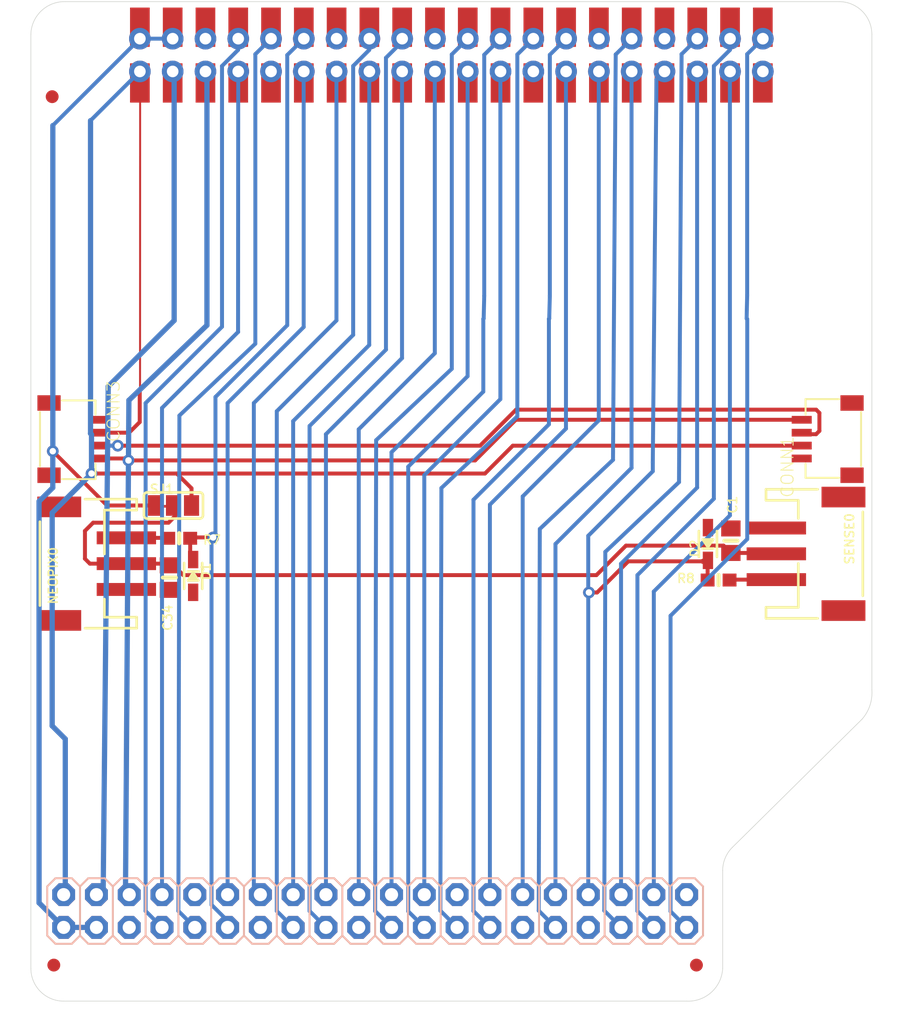
<source format=kicad_pcb>
(kicad_pcb (version 20211014) (generator pcbnew)
  (layers (0 "F.Cu" signal) (31 "B.Cu" signal) (34 "B.Paste" user) (35 "F.Paste" user) (36 "B.SilkS" user "B.Silkscreen") (37 "F.SilkS" user "F.Silkscreen") (38 "B.Mask" user) (39 "F.Mask" user) (44 "Edge.Cuts" user))
  (net 0 "")
  (net 1 "5.0V")
  (net 2 "GPIO4")
  (net 3 "GPIO17")
  (net 4 "GPIO27")
  (net 5 "GPIO22")
  (net 6 "SPI_MOSI")
  (net 7 "SPI_MISO")
  (net 8 "SPI_SCLK")
  (net 9 "GPIO5")
  (net 10 "GPIO6")
  (net 11 "GPIO13")
  (net 12 "GPIO26")
  (net 13 "GND")
  (net 14 "TXD")
  (net 15 "RXD")
  (net 16 "GPIO24")
  (net 17 "GPIO25")
  (net 18 "SPI_CE0")
  (net 19 "SPI_CE1")
  (net 20 "EECLK")
  (net 21 "GPIO16")
  (net 22 "GPIO20")
  (net 23 "GPIO23")
  (net 24 "EEDATA")
  (net 25 "GPIO12")
  (net 26 "GPIO19")
  (net 27 "GPIO21")
  (net 28 "GPIO18")
  (net 29 "3.3V@1")
  (net 30 "3.3V")
  (net 31 "SDA")
  (net 32 "SCL")
  (net 33 "VCC")
  (net 34 "18S")
  (net 35 "13S")
  (net 36 "N$1")
  (footprint "boardEagle:JST_SH4" (layer "F.Cu") (at 118.715265 100.176414 -90)
    (fp_text reference "CONN3")
    (fp_text value "STEMMA_I2C_QT" hide)
  )
  (footprint "boardEagle:SOLDERJUMPER_2WAY_OPEN_NOPASTE" (layer "F.Cu") (at 126.970265 105.319914)
    (fp_text reference "SJ1")
    (fp_text value "")
  )
  (footprint "" (layer "F.Cu") (at 119.491265 70.417414)
    (fp_text reference "@HOLE0" hide)
    (fp_text value "")
  )
  (footprint "boardEagle:FIDUCIAL_1MM" (layer "F.Cu") (at 117.572265 73.633414)
    (fp_text reference "FID2" hide)
    (fp_text value "FIDUCIAL_1MM" hide)
  )
  (footprint "boardEagle:JST_SH4" (layer "F.Cu") (at 178.151265 100.176414 90)
    (fp_text reference "CONN1")
    (fp_text value "STEMMA_I2C_QT" hide)
  )
  (footprint "" (layer "F.Cu") (at 177.481265 119.407414)
    (fp_text reference "@HOLE2" hide)
    (fp_text value "")
  )
  (footprint "boardEagle:JSTPH3" (layer "F.Cu") (at 176.373265 109.066414 -90)
    (fp_text reference "SENSE0")
    (fp_text value "JST PH 3")
  )
  (footprint "boardEagle:0603-NO" (layer "F.Cu") (at 169.197765 111.098414 180)
    (fp_text reference "R8")
    (fp_text value "1K")
  )
  (footprint "boardEagle:0805-NO" (layer "F.Cu") (at 170.150265 108.050414 90)
    (fp_text reference "C1")
    (fp_text value "10uF")
  )
  (footprint "boardEagle:RASPI_2X20_THMSMT_TOP" (layer "F.Cu") (at 148.496765 70.408414)
    (fp_text reference "RPI3" hide)
    (fp_text value "RASPBERRYPI_BPLUS_2X20_THMSMT_TOP" hide)
  )
  (footprint "" (layer "F.Cu") (at 119.491265 119.407414)
    (fp_text reference "@HOLE3" hide)
    (fp_text value "")
  )
  (footprint "" (layer "F.Cu") (at 177.481265 70.417414)
    (fp_text reference "@HOLE1" hide)
    (fp_text value "")
  )
  (footprint "boardEagle:CYBERDECK_HAT_TOP" (layer "F.Cu") (at 115.921265 143.737414)
    (fp_text reference "U$1" hide)
    (fp_text value "" hide)
  )
  (footprint "boardEagle:0603-NO" (layer "F.Cu") (at 127.414765 107.859914)
    (fp_text reference "R7")
    (fp_text value "1K")
  )
  (footprint "boardEagle:FIDUCIAL_1MM" (layer "F.Cu") (at 167.483265 140.943414)
    (fp_text reference "FID3" hide)
    (fp_text value "FIDUCIAL_1MM" hide)
  )
  (footprint "boardEagle:FIDUCIAL_1MM" (layer "F.Cu") (at 117.699265 140.943414)
    (fp_text reference "FID1" hide)
    (fp_text value "FIDUCIAL_1MM" hide)
  )
  (footprint "boardEagle:JSTPH3" (layer "F.Cu") (at 120.620265 109.828414 90)
    (fp_text reference "NEOPIX0")
    (fp_text value "JST PH 3")
  )
  (footprint "boardEagle:SOD-323" (layer "F.Cu") (at 168.372265 108.304414 90)
    (fp_text reference "D2")
    (fp_text value "3.6V")
  )
  (footprint "boardEagle:SOD-323" (layer "F.Cu") (at 128.494265 110.780914 -90)
    (fp_text reference "D1")
    (fp_text value "3.6V")
  )
  (footprint "boardEagle:0805-NO" (layer "F.Cu") (at 126.652765 110.907914 -90)
    (fp_text reference "C34")
    (fp_text value "10uF")
  )
  (footprint "boardEagle:CYBERDECK_HAT_BOT" (layer "B.Cu") (at 180.945265 143.737414 180)
    (fp_text reference "U$2" hide)
    (fp_text value "" hide)
  )
  (footprint "boardEagle:2X20" (layer "B.Cu") (at 142.591265 136.752414)
    (fp_text reference "RPI1" hide)
    (fp_text value "RASPBERRYPI_BPLUS_IDC" hide)
  )
  (gr_arc (start 169.515264 133.621746) (mid 169.711305 132.643251) (end 170.269165 131.815799) (layer "Edge.Cuts") (width 0.05))
  (gr_line (start 115.921265 141.197414) (end 115.921265 68.807414) (layer "Edge.Cuts") (width 0.05))
  (gr_line (start 181.072265 68.807414) (end 181.072265 119.607414) (layer "Edge.Cuts") (width 0.05))
  (gr_arc (start 118.461265 143.737414) (mid 116.665214 142.993465) (end 115.921265 141.197414) (layer "Edge.Cuts") (width 0.05))
  (gr_arc (start 178.532265 66.267414) (mid 180.328316 67.011363) (end 181.072265 68.807414) (layer "Edge.Cuts") (width 0.05))
  (gr_line (start 169.515265 133.621746) (end 169.515265 141.197414) (layer "Edge.Cuts") (width 0.05))
  (gr_line (start 118.583033 66.267414) (end 178.532265 66.267414) (layer "Edge.Cuts") (width 0.05))
  (gr_line (start 166.721265 143.737414) (end 118.461265 143.737414) (layer "Edge.Cuts") (width 0.05))
  (gr_arc (start 169.515265 141.197414) (mid 168.644316 143.04607) (end 166.721265 143.737414) (layer "Edge.Cuts") (width 0.05))
  (gr_line (start 180.318365 121.87703) (end 170.269165 131.815799) (layer "Edge.Cuts") (width 0.05))
  (gr_arc (start 181.072265 119.607414) (mid 180.922672 120.817743) (end 180.318365 121.87703) (layer "Edge.Cuts") (width 0.05))
  (gr_arc (start 115.921265 68.807414) (mid 116.726865 66.986948) (end 118.583033 66.267415) (layer "Edge.Cuts") (width 0.05))
  (segment (start 126.893265 68.251414) (end 126.906765 69.138414) (width 0.3048) (layer "F.Cu") (net 1))
  (segment (start 121.826765 105.319914) (end 117.619515 101.112664) (width 0.3048) (layer "F.Cu") (net 1))
  (segment (start 125.573265 105.319914) (end 121.826765 105.319914) (width 0.3048) (layer "F.Cu") (net 1))
  (segment (start 124.353265 68.251414) (end 124.366765 69.138414) (width 0.3048) (layer "F.Cu") (net 1))
  (segment (start 126.906365 68.251014) (end 126.893265 68.251414) (width 0.3048) (layer "F.Cu") (net 1))
  (segment (start 124.366365 68.251014) (end 124.353265 68.251414) (width 0.3048) (layer "F.Cu") (net 1))
  (via (at 117.619515 101.112664) (size 0.9064) (drill 0.5) (layers "F.Cu" "B.Cu") (net 1))
  (segment (start 116.556265 105.002414) (end 116.556265 136.117414) (width 0.4064) (layer "B.Cu") (net 1))
  (segment (start 117.623765 75.870414) (end 117.623765 75.867914) (width 0.3048) (layer "B.Cu") (net 1))
  (segment (start 118.461265 138.022414) (end 121.001265 138.022414) (width 0.4064) (layer "B.Cu") (net 1))
  (segment (start 117.623765 101.116914) (end 117.619515 101.112664) (width 0.4064) (layer "B.Cu") (net 1))
  (segment (start 116.556265 136.117414) (end 118.461265 138.022414) (width 0.4064) (layer "B.Cu") (net 1))
  (segment (start 117.623765 101.116914) (end 117.623765 75.870414) (width 0.4064) (layer "B.Cu") (net 1))
  (segment (start 117.619515 103.939164) (end 116.556265 105.002414) (width 0.4064) (layer "B.Cu") (net 1))
  (segment (start 117.623765 75.867914) (end 124.366765 69.138414) (width 0.3048) (layer "B.Cu") (net 1))
  (segment (start 117.619515 101.112664) (end 117.619515 103.939164) (width 0.4064) (layer "B.Cu") (net 1))
  (segment (start 124.366765 69.138414) (end 126.906765 69.138414) (width 0.3048) (layer "B.Cu") (net 1))
  (segment (start 131.972865 71.678814) (end 131.986765 71.678414) (width 0.3048) (layer "F.Cu") (net 2))
  (segment (start 131.986365 72.569014) (end 131.972865 71.678814) (width 0.3048) (layer "F.Cu") (net 2))
  (segment (start 126.081265 97.763414) (end 126.081265 135.482414) (width 0.3048) (layer "B.Cu") (net 2))
  (segment (start 126.081265 97.763414) (end 131.974765 91.869914) (width 0.3048) (layer "B.Cu") (net 2))
  (segment (start 131.974765 91.869914) (end 131.973265 91.868414) (width 0.3048) (layer "B.Cu") (net 2))
  (segment (start 131.973265 91.868414) (end 131.986765 71.678414) (width 0.3048) (layer "B.Cu") (net 2))
  (segment (start 137.066365 72.569014) (end 137.052865 71.678814) (width 0.3048) (layer "F.Cu") (net 3))
  (segment (start 137.052865 71.678814) (end 137.066765 71.678414) (width 0.3048) (layer "F.Cu") (net 3))
  (segment (start 137.054765 71.679914) (end 137.066765 71.678414) (width 0.3048) (layer "B.Cu") (net 3))
  (segment (start 131.161265 97.382414) (end 137.054765 91.488914) (width 0.3048) (layer "B.Cu") (net 3))
  (segment (start 131.161265 97.382414) (end 131.161265 135.482414) (width 0.3048) (layer "B.Cu") (net 3))
  (segment (start 137.054765 91.488914) (end 137.054765 71.679914) (width 0.3048) (layer "B.Cu") (net 3))
  (segment (start 139.592865 71.678814) (end 139.606765 71.678414) (width 0.3048) (layer "F.Cu") (net 4))
  (segment (start 139.606365 72.569014) (end 139.592865 71.678814) (width 0.3048) (layer "F.Cu") (net 4))
  (segment (start 139.594765 71.679914) (end 139.606765 71.678414) (width 0.3048) (layer "B.Cu") (net 4))
  (segment (start 133.193265 97.382414) (end 139.594765 90.980914) (width 0.3048) (layer "B.Cu") (net 4))
  (segment (start 133.193265 97.382414) (end 133.193265 134.974414) (width 0.3048) (layer "B.Cu") (net 4))
  (segment (start 139.594765 90.980914) (end 139.594765 71.679914) (width 0.3048) (layer "B.Cu") (net 4))
  (segment (start 133.193265 134.974414) (end 133.701265 135.482414) (width 0.3048) (layer "B.Cu") (net 4))
  (segment (start 142.146365 72.569014) (end 142.132865 71.678814) (width 0.3048) (layer "F.Cu") (net 5))
  (segment (start 142.132865 71.678814) (end 142.146765 71.678414) (width 0.3048) (layer "F.Cu") (net 5))
  (segment (start 142.134765 92.885911) (end 142.134765 71.679914) (width 0.3048) (layer "B.Cu") (net 5))
  (segment (start 136.241265 98.779414) (end 142.134765 92.885911) (width 0.3048) (layer "B.Cu") (net 5))
  (segment (start 142.134765 71.679914) (end 142.146765 71.678414) (width 0.3048) (layer "B.Cu") (net 5))
  (segment (start 136.241265 98.779414) (end 136.241265 135.482414) (width 0.3048) (layer "B.Cu") (net 5))
  (segment (start 147.212865 71.678814) (end 147.226765 71.678414) (width 0.3048) (layer "F.Cu") (net 6))
  (segment (start 147.226365 72.569014) (end 147.212865 71.678814) (width 0.3048) (layer "F.Cu") (net 6))
  (segment (start 141.321265 99.414414) (end 141.321265 135.482414) (width 0.3048) (layer "B.Cu") (net 6))
  (segment (start 147.214765 93.520914) (end 147.214765 71.679914) (width 0.3048) (layer "B.Cu") (net 6))
  (segment (start 147.214765 71.679914) (end 147.226765 71.678414) (width 0.3048) (layer "B.Cu") (net 6))
  (segment (start 141.321265 99.414414) (end 147.214765 93.520914) (width 0.3048) (layer "B.Cu") (net 6))
  (segment (start 149.752865 71.678814) (end 149.766765 71.678414) (width 0.3048) (layer "F.Cu") (net 7))
  (segment (start 149.766365 72.569014) (end 149.752865 71.678814) (width 0.3048) (layer "F.Cu") (net 7))
  (segment (start 143.861265 101.192414) (end 149.754765 95.298914) (width 0.3048) (layer "B.Cu") (net 7))
  (segment (start 149.754765 71.679914) (end 149.766765 71.678414) (width 0.3048) (layer "B.Cu") (net 7))
  (segment (start 143.861265 101.192414) (end 143.861265 135.482414) (width 0.3048) (layer "B.Cu") (net 7))
  (segment (start 149.754765 95.298914) (end 149.754765 71.679914) (width 0.3048) (layer "B.Cu") (net 7))
  (segment (start 152.292865 71.678814) (end 152.306765 71.678414) (width 0.3048) (layer "F.Cu") (net 8))
  (segment (start 152.306365 72.569014) (end 152.292865 71.678814) (width 0.3048) (layer "F.Cu") (net 8))
  (segment (start 152.294765 97.076914) (end 152.294765 71.679914) (width 0.3048) (layer "B.Cu") (net 8))
  (segment (start 146.401265 102.970418) (end 146.401265 135.482414) (width 0.3048) (layer "B.Cu") (net 8))
  (segment (start 146.401265 102.970418) (end 152.294765 97.076914) (width 0.3048) (layer "B.Cu") (net 8))
  (segment (start 152.294765 71.679914) (end 152.306765 71.678414) (width 0.3048) (layer "B.Cu") (net 8))
  (segment (start 159.926365 72.569014) (end 159.912865 71.678814) (width 0.3048) (layer "F.Cu") (net 9))
  (segment (start 159.912865 71.678814) (end 159.926765 71.678414) (width 0.3048) (layer "F.Cu") (net 9))
  (segment (start 154.021265 104.621414) (end 159.914765 98.727914) (width 0.3048) (layer "B.Cu") (net 9))
  (segment (start 154.021265 104.621414) (end 154.021265 135.482414) (width 0.3048) (layer "B.Cu") (net 9))
  (segment (start 159.914765 98.727914) (end 159.914765 71.679914) (width 0.3048) (layer "B.Cu") (net 9))
  (segment (start 159.914765 71.679914) (end 159.926765 71.678414) (width 0.3048) (layer "B.Cu") (net 9))
  (segment (start 162.466365 72.569014) (end 162.452865 71.678814) (width 0.3048) (layer "F.Cu") (net 10))
  (segment (start 162.452865 71.678814) (end 162.466765 71.678414) (width 0.3048) (layer "F.Cu") (net 10))
  (segment (start 156.561265 108.304414) (end 156.561265 135.482414) (width 0.3048) (layer "B.Cu") (net 10))
  (segment (start 162.454765 71.679914) (end 162.466765 71.678414) (width 0.3048) (layer "B.Cu") (net 10))
  (segment (start 156.561265 108.304414) (end 162.454765 102.410914) (width 0.3048) (layer "B.Cu") (net 10))
  (segment (start 162.454765 102.410914) (end 162.454765 71.679914) (width 0.3048) (layer "B.Cu") (net 10))
  (segment (start 168.372265 109.574414) (end 168.296765 109.649914) (width 0.4064) (layer "F.Cu") (net 11))
  (segment (start 162.200765 109.649914) (end 159.787765 112.062914) (width 0.3048) (layer "F.Cu") (net 11))
  (segment (start 164.992865 71.678814) (end 165.006765 71.678414) (width 0.3048) (layer "F.Cu") (net 11))
  (segment (start 167.991265 109.649914) (end 162.200765 109.649914) (width 0.3048) (layer "F.Cu") (net 11))
  (segment (start 165.006365 72.569014) (end 164.992865 71.678814) (width 0.3048) (layer "F.Cu") (net 11))
  (segment (start 159.787765 112.062914) (end 159.152765 112.062914) (width 0.3048) (layer "F.Cu") (net 11))
  (segment (start 168.347765 109.828414) (end 168.347765 111.098414) (width 0.3048) (layer "F.Cu") (net 11))
  (segment (start 168.296765 109.649914) (end 167.991265 109.649914) (width 0.4064) (layer "F.Cu") (net 11))
  (segment (start 168.347765 109.598914) (end 168.347765 109.828414) (width 0.4064) (layer "F.Cu") (net 11))
  (segment (start 168.372265 109.574414) (end 168.347765 109.598914) (width 0.4064) (layer "F.Cu") (net 11))
  (via (at 159.152765 112.062914) (size 0.9064) (drill 0.5) (layers "F.Cu" "B.Cu") (net 11))
  (segment (start 159.101265 107.669414) (end 159.101265 112.062911) (width 0.3048) (layer "B.Cu") (net 11))
  (segment (start 165.006765 71.678414) (end 164.993265 71.680914) (width 0.3048) (layer "B.Cu") (net 11))
  (segment (start 164.101421 101.966414) (end 164.101421 102.669258) (width 0.3048) (layer "B.Cu") (net 11))
  (segment (start 164.38528 72.288899) (end 164.101421 101.966414) (width 0.3048) (layer "B.Cu") (net 11))
  (segment (start 159.101265 112.062911) (end 159.101265 135.482414) (width 0.3048) (layer "B.Cu") (net 11))
  (segment (start 164.993265 71.680914) (end 164.38528 72.288899) (width 0.3048) (layer "B.Cu") (net 11))
  (segment (start 159.101265 112.062911) (end 159.152765 112.062914) (width 0.3048) (layer "B.Cu") (net 11))
  (segment (start 164.101421 102.669258) (end 159.101265 107.669414) (width 0.3048) (layer "B.Cu") (net 11))
  (segment (start 170.072865 71.678814) (end 170.086765 71.678414) (width 0.3048) (layer "F.Cu") (net 12))
  (segment (start 170.086365 72.569014) (end 170.072865 71.678814) (width 0.3048) (layer "F.Cu") (net 12))
  (segment (start 170.074765 71.679914) (end 170.086765 71.678414) (width 0.3048) (layer "B.Cu") (net 12))
  (segment (start 170.074765 106.093914) (end 170.074765 71.679914) (width 0.3048) (layer "B.Cu") (net 12))
  (segment (start 164.181265 111.987414) (end 170.074765 106.093914) (width 0.3048) (layer "B.Cu") (net 12))
  (segment (start 164.181265 111.987414) (end 164.181265 135.482414) (width 0.3048) (layer "B.Cu") (net 12))
  (segment (start 172.626365 72.569014) (end 172.612865 71.678814) (width 0.3048) (layer "F.Cu") (net 13))
  (segment (start 159.926365 68.251014) (end 159.913265 68.251414) (width 0.3048) (layer "F.Cu") (net 13))
  (segment (start 172.612865 71.678814) (end 172.626765 71.678414) (width 0.3048) (layer "F.Cu") (net 13))
  (segment (start 159.913265 68.251414) (end 159.926765 69.138414) (width 0.3048) (layer "F.Cu") (net 13))
  (segment (start 131.986365 68.251014) (end 131.973265 68.251414) (width 0.3048) (layer "F.Cu") (net 14))
  (segment (start 131.973265 68.251414) (end 131.986765 69.138414) (width 0.3048) (layer "F.Cu") (net 14))
  (segment (start 131.974765 70.011283) (end 131.974765 69.139914) (width 0.3048) (layer "B.Cu") (net 14))
  (segment (start 124.811265 136.752414) (end 124.811265 97.382414) (width 0.3048) (layer "B.Cu") (net 14))
  (segment (start 130.730165 91.463514) (end 130.730165 71.255883) (width 0.3048) (layer "B.Cu") (net 14))
  (segment (start 130.730165 71.255883) (end 131.974765 70.011283) (width 0.3048) (layer "B.Cu") (net 14))
  (segment (start 124.811265 97.382414) (end 130.730165 91.463514) (width 0.3048) (layer "B.Cu") (net 14))
  (segment (start 131.974765 69.139914) (end 131.986765 69.138414) (width 0.3048) (layer "B.Cu") (net 14))
  (segment (start 126.081265 138.022414) (end 124.811265 136.752414) (width 0.3048) (layer "B.Cu") (net 14))
  (segment (start 134.526365 68.251014) (end 134.513265 68.251414) (width 0.3048) (layer "F.Cu") (net 15))
  (segment (start 134.513265 68.251414) (end 134.526765 69.138414) (width 0.3048) (layer "F.Cu") (net 15))
  (segment (start 133.312105 70.339574) (end 134.526765 69.138414) (width 0.3048) (layer "B.Cu") (net 15))
  (segment (start 128.621265 138.022414) (end 127.351265 136.752414) (width 0.3048) (layer "B.Cu") (net 15))
  (segment (start 127.351265 136.752414) (end 127.429052 98.349202) (width 0.3048) (layer "B.Cu") (net 15))
  (segment (start 127.429052 98.349202) (end 133.312105 92.780464) (width 0.3048) (layer "B.Cu") (net 15))
  (segment (start 133.312105 92.780464) (end 133.312105 70.339574) (width 0.3048) (layer "B.Cu") (net 15))
  (segment (start 144.673265 68.251414) (end 144.686765 69.138414) (width 0.3048) (layer "F.Cu") (net 16))
  (segment (start 144.686365 68.251014) (end 144.673265 68.251414) (width 0.3048) (layer "F.Cu") (net 16))
  (segment (start 137.511265 136.752414) (end 137.511265 99.160418) (width 0.3048) (layer "B.Cu") (net 16))
  (segment (start 144.686765 69.138414) (end 144.673265 69.374783) (width 0.3048) (layer "B.Cu") (net 16))
  (segment (start 144.674765 69.376283) (end 143.430165 70.620883) (width 0.3048) (layer "B.Cu") (net 16))
  (segment (start 144.673265 69.374783) (end 144.674765 69.376283) (width 0.3048) (layer "B.Cu") (net 16))
  (segment (start 137.511265 99.160418) (end 143.430165 93.241518) (width 0.3048) (layer "B.Cu") (net 16))
  (segment (start 143.430165 93.241518) (end 143.430165 70.620883) (width 0.3048) (layer "B.Cu") (net 16))
  (segment (start 138.781265 138.022414) (end 137.511265 136.752414) (width 0.3048) (layer "B.Cu") (net 16))
  (segment (start 149.753265 68.251414) (end 149.766765 69.138414) (width 0.3048) (layer "F.Cu") (net 17))
  (segment (start 149.766365 68.251014) (end 149.753265 68.251414) (width 0.3048) (layer "F.Cu") (net 17))
  (segment (start 148.529055 94.728033) (end 148.529055 70.362624) (width 0.3048) (layer "B.Cu") (net 17))
  (segment (start 142.67223 100.257374) (end 148.529055 94.728033) (width 0.3048) (layer "B.Cu") (net 17))
  (segment (start 148.529055 70.362624) (end 149.766765 69.138414) (width 0.3048) (layer "B.Cu") (net 17))
  (segment (start 142.591265 136.752414) (end 143.861265 138.022414) (width 0.3048) (layer "B.Cu") (net 17))
  (segment (start 142.67223 100.257374) (end 142.591265 136.752414) (width 0.3048) (layer "B.Cu") (net 17))
  (segment (start 152.293265 68.251414) (end 152.306765 69.138414) (width 0.3048) (layer "F.Cu") (net 18))
  (segment (start 152.306365 68.251014) (end 152.293265 68.251414) (width 0.3048) (layer "F.Cu") (net 18))
  (segment (start 150.999365 90.828946) (end 151.044796 89.068814) (width 0.3048) (layer "B.Cu") (net 18))
  (segment (start 151.044796 70.386883) (end 152.306765 69.138414) (width 0.3048) (layer "B.Cu") (net 18))
  (segment (start 145.156665 136.777814) (end 146.401265 138.022414) (width 0.3048) (layer "B.Cu") (net 18))
  (segment (start 151.044796 89.068814) (end 151.044796 70.386883) (width 0.3048) (layer "B.Cu") (net 18))
  (segment (start 145.156665 102.310018) (end 145.156665 136.777814) (width 0.3048) (layer "B.Cu") (net 18))
  (segment (start 150.973265 90.855046) (end 150.973265 96.493414) (width 0.3048) (layer "B.Cu") (net 18))
  (segment (start 150.973265 96.493414) (end 145.156665 102.310018) (width 0.3048) (layer "B.Cu") (net 18))
  (segment (start 150.999365 90.828946) (end 150.973265 90.855046) (width 0.3048) (layer "B.Cu") (net 18))
  (segment (start 154.846365 68.251014) (end 154.833265 68.251414) (width 0.3048) (layer "F.Cu") (net 19))
  (segment (start 154.833265 68.251414) (end 154.846765 69.138414) (width 0.3048) (layer "F.Cu") (net 19))
  (segment (start 147.726827 103.965777) (end 153.609055 98.411133) (width 0.3048) (layer "B.Cu") (net 19))
  (segment (start 153.609055 70.362624) (end 154.846765 69.138414) (width 0.3048) (layer "B.Cu") (net 19))
  (segment (start 153.609055 98.411133) (end 153.609055 70.362624) (width 0.3048) (layer "B.Cu") (net 19))
  (segment (start 147.726827 103.965777) (end 147.645865 136.727014) (width 0.3048) (layer "B.Cu") (net 19))
  (segment (start 147.645865 136.727014) (end 148.941265 138.022414) (width 0.3048) (layer "B.Cu") (net 19))
  (segment (start 157.386365 68.251014) (end 157.373265 68.251414) (width 0.3048) (layer "F.Cu") (net 20))
  (segment (start 157.373265 68.251414) (end 157.386765 69.138414) (width 0.3048) (layer "F.Cu") (net 20))
  (segment (start 150.211265 104.875418) (end 156.053265 99.033414) (width 0.3048) (layer "B.Cu") (net 20))
  (segment (start 156.124796 89.068814) (end 156.124796 70.386883) (width 0.3048) (layer "B.Cu") (net 20))
  (segment (start 156.053265 99.033414) (end 156.053265 90.855046) (width 0.3048) (layer "B.Cu") (net 20))
  (segment (start 151.481265 138.022414) (end 150.211265 136.752414) (width 0.3048) (layer "B.Cu") (net 20))
  (segment (start 150.211265 136.752414) (end 150.211265 104.875418) (width 0.3048) (layer "B.Cu") (net 20))
  (segment (start 156.124796 70.386883) (end 157.386765 69.138414) (width 0.3048) (layer "B.Cu") (net 20))
  (segment (start 156.079365 90.828946) (end 156.124796 89.068814) (width 0.3048) (layer "B.Cu") (net 20))
  (segment (start 156.053265 90.855046) (end 156.079365 90.828946) (width 0.3048) (layer "B.Cu") (net 20))
  (segment (start 167.546365 68.251014) (end 167.533265 68.251414) (width 0.3048) (layer "F.Cu") (net 21))
  (segment (start 167.533265 68.251414) (end 167.546765 69.138414) (width 0.3048) (layer "F.Cu") (net 21))
  (segment (start 166.332105 70.342074) (end 166.332105 70.339574) (width 0.3048) (layer "B.Cu") (net 21))
  (segment (start 166.132711 103.510346) (end 166.332105 70.342074) (width 0.3048) (layer "B.Cu") (net 21))
  (segment (start 160.345865 136.727014) (end 161.641265 138.022414) (width 0.3048) (layer "B.Cu") (net 21))
  (segment (start 166.332105 70.339574) (end 167.546765 69.138414) (width 0.3048) (layer "B.Cu") (net 21))
  (segment (start 166.132711 103.510346) (end 160.423655 108.915599) (width 0.3048) (layer "B.Cu") (net 21))
  (segment (start 160.423655 108.915599) (end 160.345865 136.727014) (width 0.3048) (layer "B.Cu") (net 21))
  (segment (start 170.086365 68.251014) (end 170.073265 68.251414) (width 0.3048) (layer "F.Cu") (net 22))
  (segment (start 170.073265 68.251414) (end 170.086765 69.138414) (width 0.3048) (layer "F.Cu") (net 22))
  (segment (start 170.074765 70.011283) (end 168.830165 71.255883) (width 0.3048) (layer "B.Cu") (net 22))
  (segment (start 162.911265 136.752414) (end 162.911265 110.717414) (width 0.3048) (layer "B.Cu") (net 22))
  (segment (start 164.181265 138.022414) (end 162.911265 136.752414) (width 0.3048) (layer "B.Cu") (net 22))
  (segment (start 170.074765 69.139914) (end 170.074765 70.011283) (width 0.3048) (layer "B.Cu") (net 22))
  (segment (start 162.911265 110.717414) (end 168.830165 104.798514) (width 0.3048) (layer "B.Cu") (net 22))
  (segment (start 170.086765 69.138414) (end 170.074765 69.139914) (width 0.3048) (layer "B.Cu") (net 22))
  (segment (start 168.830165 104.798514) (end 168.830165 71.255883) (width 0.3048) (layer "B.Cu") (net 22))
  (segment (start 142.146365 68.251014) (end 142.133265 68.251414) (width 0.3048) (layer "F.Cu") (net 23))
  (segment (start 142.133265 68.251414) (end 142.146765 69.138414) (width 0.3048) (layer "F.Cu") (net 23))
  (segment (start 134.971265 136.752414) (end 134.971265 98.017414) (width 0.3048) (layer "B.Cu") (net 23))
  (segment (start 140.890165 92.098514) (end 140.890165 71.255883) (width 0.3048) (layer "B.Cu") (net 23))
  (segment (start 140.890165 71.255883) (end 142.134765 70.011283) (width 0.3048) (layer "B.Cu") (net 23))
  (segment (start 134.971265 98.017414) (end 140.890165 92.098514) (width 0.3048) (layer "B.Cu") (net 23))
  (segment (start 136.241265 138.022414) (end 134.971265 136.752414) (width 0.3048) (layer "B.Cu") (net 23))
  (segment (start 142.134765 69.139914) (end 142.146765 69.138414) (width 0.3048) (layer "B.Cu") (net 23))
  (segment (start 142.134765 70.011283) (end 142.134765 69.139914) (width 0.3048) (layer "B.Cu") (net 23))
  (segment (start 157.386365 72.569014) (end 157.372865 71.678814) (width 0.3048) (layer "F.Cu") (net 24))
  (segment (start 157.372865 71.678814) (end 157.386765 71.678414) (width 0.3048) (layer "F.Cu") (net 24))
  (segment (start 157.374765 71.679914) (end 157.386765 71.678414) (width 0.3048) (layer "B.Cu") (net 24))
  (segment (start 151.481265 105.256414) (end 157.374765 99.362914) (width 0.3048) (layer "B.Cu") (net 24))
  (segment (start 151.481265 105.256414) (end 151.481265 135.482414) (width 0.3048) (layer "B.Cu") (net 24))
  (segment (start 157.374765 99.362914) (end 157.374765 71.679914) (width 0.3048) (layer "B.Cu") (net 24))
  (segment (start 162.466365 68.251014) (end 162.453265 68.251414) (width 0.3048) (layer "F.Cu") (net 25))
  (segment (start 162.453265 68.251414) (end 162.466765 69.138414) (width 0.3048) (layer "F.Cu") (net 25))
  (segment (start 155.265865 136.727014) (end 156.561265 138.022414) (width 0.3048) (layer "B.Cu") (net 25))
  (segment (start 161.018905 101.78458) (end 155.346827 107.140777) (width 0.3048) (layer "B.Cu") (net 25))
  (segment (start 161.018905 101.78458) (end 161.229055 70.365124) (width 0.3048) (layer "B.Cu") (net 25))
  (segment (start 161.229055 70.362624) (end 162.466765 69.138414) (width 0.3048) (layer "B.Cu") (net 25))
  (segment (start 155.346827 107.140777) (end 155.265865 136.727014) (width 0.3048) (layer "B.Cu") (net 25))
  (segment (start 161.229055 70.365124) (end 161.229055 70.362624) (width 0.3048) (layer "B.Cu") (net 25))
  (segment (start 167.532865 71.678814) (end 167.546765 71.678414) (width 0.3048) (layer "F.Cu") (net 26))
  (segment (start 167.546365 72.569014) (end 167.532865 71.678814) (width 0.3048) (layer "F.Cu") (net 26))
  (segment (start 167.534765 103.934914) (end 167.534765 71.679914) (width 0.3048) (layer "B.Cu") (net 26))
  (segment (start 167.534765 71.679914) (end 167.546765 71.678414) (width 0.3048) (layer "B.Cu") (net 26))
  (segment (start 161.641265 109.828414) (end 161.641265 135.482414) (width 0.3048) (layer "B.Cu") (net 26))
  (segment (start 161.641265 109.828414) (end 167.534765 103.934914) (width 0.3048) (layer "B.Cu") (net 26))
  (segment (start 172.626365 68.251014) (end 172.613265 68.251414) (width 0.3048) (layer "F.Cu") (net 27))
  (segment (start 172.613265 68.251414) (end 172.626765 69.138414) (width 0.3048) (layer "F.Cu") (net 27))
  (segment (start 165.476665 113.867014) (end 165.476665 136.777814) (width 0.3048) (layer "B.Cu") (net 27))
  (segment (start 171.420265 107.923414) (end 165.476665 113.867014) (width 0.3048) (layer "B.Cu") (net 27))
  (segment (start 171.413815 70.337864) (end 172.626765 69.138414) (width 0.3048) (layer "B.Cu") (net 27))
  (segment (start 171.370165 90.828946) (end 171.420265 90.879046) (width 0.3048) (layer "B.Cu") (net 27))
  (segment (start 171.420265 90.879046) (end 171.420265 107.923414) (width 0.3048) (layer "B.Cu") (net 27))
  (segment (start 171.370165 90.828946) (end 171.413815 89.018014) (width 0.3048) (layer "B.Cu") (net 27))
  (segment (start 171.413815 89.018014) (end 171.413815 70.337864) (width 0.3048) (layer "B.Cu") (net 27))
  (segment (start 165.476665 136.777814) (end 166.721265 138.022414) (width 0.3048) (layer "B.Cu") (net 27))
  (segment (start 137.066365 68.251014) (end 137.053265 68.251414) (width 0.3048) (layer "F.Cu") (net 28))
  (segment (start 130.043665 107.796414) (end 128.201265 107.796414) (width 0.3048) (layer "F.Cu") (net 28))
  (segment (start 128.494265 109.510914) (end 128.264765 109.281414) (width 0.3048) (layer "F.Cu") (net 28))
  (segment (start 128.264765 107.859914) (end 128.201265 107.796414) (width 0.3048) (layer "F.Cu") (net 28))
  (segment (start 128.264765 109.281414) (end 128.264765 107.859914) (width 0.3048) (layer "F.Cu") (net 28))
  (segment (start 137.053265 68.251414) (end 137.066765 69.138414) (width 0.3048) (layer "F.Cu") (net 28))
  (via (at 130.043665 107.796414) (size 0.9064) (drill 0.5) (layers "F.Cu" "B.Cu") (net 28))
  (segment (start 130.222165 96.909883) (end 135.784765 91.347283) (width 0.3048) (layer "B.Cu") (net 28))
  (segment (start 131.161265 138.022414) (end 131.161265 137.514414) (width 0.3048) (layer "B.Cu") (net 28))
  (segment (start 130.043665 107.796414) (end 129.916665 107.796414) (width 0.3048) (layer "B.Cu") (net 28))
  (segment (start 129.916665 107.796414) (end 129.916665 136.269814) (width 0.3048) (layer "B.Cu") (net 28))
  (segment (start 135.784765 91.347283) (end 135.784765 70.406914) (width 0.3048) (layer "B.Cu") (net 28))
  (segment (start 135.784765 70.406914) (end 137.066765 69.138414) (width 0.3048) (layer "B.Cu") (net 28))
  (segment (start 131.161265 137.514414) (end 129.916665 136.269814) (width 0.3048) (layer "B.Cu") (net 28))
  (segment (start 130.222165 107.617914) (end 130.043665 107.796414) (width 0.3048) (layer "B.Cu") (net 28))
  (segment (start 130.222165 96.909883) (end 130.222165 107.617914) (width 0.3048) (layer "B.Cu") (net 28))
  (segment (start 144.672865 71.678814) (end 144.686765 71.678414) (width 0.3048) (layer "F.Cu") (net 29))
  (segment (start 144.686365 72.569014) (end 144.672865 71.678814) (width 0.3048) (layer "F.Cu") (net 29))
  (segment (start 144.674765 93.901914) (end 144.674765 71.679914) (width 0.3048) (layer "B.Cu") (net 29))
  (segment (start 138.781265 99.795418) (end 144.674765 93.901914) (width 0.3048) (layer "B.Cu") (net 29))
  (segment (start 144.674765 71.679914) (end 144.686765 71.678414) (width 0.3048) (layer "B.Cu") (net 29))
  (segment (start 138.781265 99.795418) (end 138.781265 135.482414) (width 0.3048) (layer "B.Cu") (net 29))
  (segment (start 124.38738 72.871443) (end 124.379615 96.341014) (width 0.1524) (layer "F.Cu") (net 30))
  (segment (start 124.38738 72.60353) (end 124.38738 72.871443) (width 0.3048) (layer "F.Cu") (net 30))
  (segment (start 124.366365 72.569014) (end 124.38738 72.60353) (width 0.3048) (layer "F.Cu") (net 30))
  (segment (start 123.533265 99.676414) (end 124.354765 98.854914) (width 0.3048) (layer "F.Cu") (net 30))
  (segment (start 127.224265 102.843414) (end 120.620265 102.843414) (width 0.3048) (layer "F.Cu") (net 30))
  (segment (start 124.352865 71.678814) (end 124.366765 71.678414) (width 0.3048) (layer "F.Cu") (net 30))
  (segment (start 124.354765 98.854914) (end 124.354765 96.341014) (width 0.3048) (layer "F.Cu") (net 30))
  (segment (start 124.379615 96.341014) (end 124.354765 96.341014) (width 0.1524) (layer "F.Cu") (net 30))
  (segment (start 128.367265 103.986414) (end 127.224265 102.843414) (width 0.3048) (layer "F.Cu") (net 30))
  (segment (start 121.229265 99.676414) (end 123.533265 99.676414) (width 0.3048) (layer "F.Cu") (net 30))
  (segment (start 175.629265 100.684414) (end 175.637265 100.676414) (width 0.3048) (layer "F.Cu") (net 30))
  (segment (start 128.367265 105.319914) (end 128.367265 103.986414) (width 0.3048) (layer "F.Cu") (net 30))
  (segment (start 127.224265 102.843414) (end 151.100265 102.843414) (width 0.3048) (layer "F.Cu") (net 30))
  (segment (start 124.366365 72.569014) (end 124.352865 71.678814) (width 0.3048) (layer "F.Cu") (net 30))
  (segment (start 153.259265 100.684414) (end 175.629265 100.684414) (width 0.3048) (layer "F.Cu") (net 30))
  (segment (start 151.100265 102.843414) (end 153.259265 100.684414) (width 0.3048) (layer "F.Cu") (net 30))
  (via (at 120.620265 102.843414) (size 0.9064) (drill 0.5) (layers "F.Cu" "B.Cu") (net 30))
  (segment (start 117.572265 105.891414) (end 120.620265 102.843414) (width 0.4064) (layer "B.Cu") (net 30))
  (segment (start 118.588265 123.417414) (end 118.588265 135.355414) (width 0.4064) (layer "B.Cu") (net 30))
  (segment (start 118.461265 135.482414) (end 118.588265 135.355414) (width 0.4064) (layer "B.Cu") (net 30))
  (segment (start 120.544765 75.486914) (end 124.366765 71.678414) (width 0.3048) (layer "B.Cu") (net 30))
  (segment (start 118.588265 123.417414) (end 117.572265 122.401414) (width 0.4064) (layer "B.Cu") (net 30))
  (segment (start 120.620265 102.843414) (end 120.620265 99.819414) (width 0.4064) (layer "B.Cu") (net 30))
  (segment (start 120.620265 99.819414) (end 120.544765 99.743914) (width 0.4064) (layer "B.Cu") (net 30))
  (segment (start 120.544765 75.489414) (end 120.544765 75.486914) (width 0.3048) (layer "B.Cu") (net 30))
  (segment (start 117.572265 122.401414) (end 117.572265 105.891414) (width 0.4064) (layer "B.Cu") (net 30))
  (segment (start 120.544765 99.743914) (end 120.544765 75.489414) (width 0.4064) (layer "B.Cu") (net 30))
  (segment (start 177.008265 98.144414) (end 177.008265 99.541414) (width 0.3048) (layer "F.Cu") (net 31))
  (segment (start 122.644265 100.676414) (end 122.652265 100.684414) (width 0.3048) (layer "F.Cu") (net 31))
  (segment (start 175.756265 99.795414) (end 175.637265 99.676414) (width 0.3048) (layer "F.Cu") (net 31))
  (segment (start 150.719265 100.684414) (end 153.513265 97.890414) (width 0.3048) (layer "F.Cu") (net 31))
  (segment (start 122.652265 100.684414) (end 150.719265 100.684414) (width 0.3048) (layer "F.Cu") (net 31))
  (segment (start 121.229265 100.676414) (end 122.644265 100.676414) (width 0.3048) (layer "F.Cu") (net 31))
  (segment (start 177.008265 99.541414) (end 176.754265 99.795414) (width 0.3048) (layer "F.Cu") (net 31))
  (segment (start 176.754265 97.890414) (end 177.008265 98.144414) (width 0.3048) (layer "F.Cu") (net 31))
  (segment (start 176.754265 99.795414) (end 175.756265 99.795414) (width 0.3048) (layer "F.Cu") (net 31))
  (segment (start 126.906365 72.569014) (end 126.892865 71.678814) (width 0.3048) (layer "F.Cu") (net 31))
  (segment (start 153.513265 97.890414) (end 176.754265 97.890414) (width 0.3048) (layer "F.Cu") (net 31))
  (segment (start 126.892865 71.678814) (end 126.906765 71.678414) (width 0.3048) (layer "F.Cu") (net 31))
  (via (at 122.652265 100.684414) (size 0.9064) (drill 0.5) (layers "F.Cu" "B.Cu") (net 31))
  (segment (start 122.652265 100.684414) (end 121.873693 100.684414) (width 0.3048) (layer "B.Cu") (net 31))
  (segment (start 121.873693 100.684414) (end 121.868833 100.689274) (width 0.3048) (layer "B.Cu") (net 31))
  (segment (start 121.868833 100.689274) (end 121.526608 134.957071) (width 0.4064) (layer "B.Cu") (net 31))
  (segment (start 126.906765 71.678414) (end 126.893765 71.678414) (width 0.3048) (layer "B.Cu") (net 31))
  (segment (start 127.021765 90.983414) (end 121.914761 96.090418) (width 0.4064) (layer "B.Cu") (net 31))
  (segment (start 121.526608 134.957071) (end 121.001265 135.482414) (width 0.4064) (layer "B.Cu") (net 31))
  (segment (start 121.914761 96.090418) (end 121.868833 100.689274) (width 0.4064) (layer "B.Cu") (net 31))
  (segment (start 126.893765 71.678414) (end 127.021765 71.806414) (width 0.3048) (layer "B.Cu") (net 31))
  (segment (start 127.021765 71.806414) (end 127.021765 90.983414) (width 0.4064) (layer "B.Cu") (net 31))
  (segment (start 129.432865 71.678814) (end 129.446765 71.678414) (width 0.3048) (layer "F.Cu") (net 32))
  (segment (start 121.229265 101.676414) (end 123.332827 101.676414) (width 0.3048) (layer "F.Cu") (net 32))
  (segment (start 129.446365 72.569014) (end 129.432865 71.678814) (width 0.3048) (layer "F.Cu") (net 32))
  (segment (start 153.489265 98.676414) (end 175.637265 98.676414) (width 0.3048) (layer "F.Cu") (net 32))
  (segment (start 150.338661 101.827018) (end 153.489265 98.676414) (width 0.3048) (layer "F.Cu") (net 32))
  (segment (start 123.48343 101.827018) (end 150.338661 101.827018) (width 0.3048) (layer "F.Cu") (net 32))
  (segment (start 123.332827 101.676414) (end 123.48343 101.827018) (width 0.3048) (layer "F.Cu") (net 32))
  (via (at 123.48343 101.827018) (size 0.9064) (drill 0.5) (layers "F.Cu" "B.Cu") (net 32))
  (segment (start 123.541265 135.482414) (end 123.254061 135.195211) (width 0.4064) (layer "B.Cu") (net 32))
  (segment (start 129.433765 71.678414) (end 129.561765 71.806414) (width 0.3048) (layer "B.Cu") (net 32))
  (segment (start 129.561765 71.806414) (end 129.561765 91.350043) (width 0.4064) (layer "B.Cu") (net 32))
  (segment (start 129.446765 71.678414) (end 129.433765 71.678414) (width 0.3048) (layer "B.Cu") (net 32))
  (segment (start 123.254061 135.195211) (end 123.48343 101.827018) (width 0.4064) (layer "B.Cu") (net 32))
  (segment (start 129.561765 91.350043) (end 123.515452 97.168299) (width 0.4064) (layer "B.Cu") (net 32))
  (segment (start 123.48343 101.827018) (end 123.515452 97.168299) (width 0.4064) (layer "B.Cu") (net 32))
  (segment (start 126.972765 109.957914) (end 127.732265 110.717414) (width 0.3048) (layer "F.Cu") (net 33))
  (segment (start 126.589265 106.653414) (end 127.097265 106.145411) (width 0.3048) (layer "F.Cu") (net 33))
  (segment (start 126.523265 109.828414) (end 126.652765 109.957914) (width 0.3048) (layer "F.Cu") (net 33))
  (segment (start 127.732265 110.717414) (end 159.736265 110.717414) (width 0.3048) (layer "F.Cu") (net 33))
  (segment (start 120.112265 109.447414) (end 120.112265 107.288414) (width 0.3048) (layer "F.Cu") (net 33))
  (segment (start 173.673265 109.000414) (end 173.673265 109.066414) (width 0.3048) (layer "F.Cu") (net 33))
  (segment (start 170.150265 109.000414) (end 173.673265 109.000414) (width 0.3048) (layer "F.Cu") (net 33))
  (segment (start 127.097265 105.446914) (end 126.970265 105.319914) (width 0.3048) (layer "F.Cu") (net 33))
  (segment (start 162.022265 108.431414) (end 169.581265 108.431414) (width 0.3048) (layer "F.Cu") (net 33))
  (segment (start 126.652765 109.957914) (end 126.972765 109.957914) (width 0.3048) (layer "F.Cu") (net 33))
  (segment (start 159.736265 110.717414) (end 162.022265 108.431414) (width 0.3048) (layer "F.Cu") (net 33))
  (segment (start 120.747265 106.653414) (end 126.589265 106.653414) (width 0.3048) (layer "F.Cu") (net 33))
  (segment (start 169.581265 108.431414) (end 170.150265 109.000414) (width 0.3048) (layer "F.Cu") (net 33))
  (segment (start 123.320265 109.828414) (end 120.493265 109.828414) (width 0.3048) (layer "F.Cu") (net 33))
  (segment (start 120.112265 107.288414) (end 120.747265 106.653414) (width 0.3048) (layer "F.Cu") (net 33))
  (segment (start 127.097265 106.145411) (end 127.097265 105.446914) (width 0.3048) (layer "F.Cu") (net 33))
  (segment (start 123.320265 109.828414) (end 126.523265 109.828414) (width 0.3048) (layer "F.Cu") (net 33))
  (segment (start 120.493265 109.828414) (end 120.112265 109.447414) (width 0.3048) (layer "F.Cu") (net 33))
  (segment (start 126.533265 107.828414) (end 126.564765 107.859914) (width 0.3048) (layer "F.Cu") (net 34))
  (segment (start 123.320265 107.828414) (end 126.533265 107.828414) (width 0.3048) (layer "F.Cu") (net 34))
  (segment (start 173.673265 111.066414) (end 170.047765 111.066414) (width 0.3048) (layer "F.Cu") (net 35))
  (segment (start 170.047765 111.066414) (end 170.047765 111.098414) (width 0.3048) (layer "F.Cu") (net 35))
  (segment (start 125.954265 105.383414) (end 126.462265 105.383414) (width 0.2032) (layer "F.Cu") (net 36))
)
</source>
